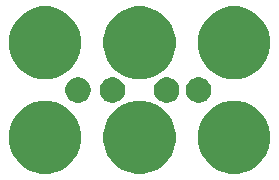
<source format=gbs>
%TF.GenerationSoftware,KiCad,Pcbnew,5.0.2-bee76a0~70~ubuntu16.04.1*%
%TF.CreationDate,2019-04-17T10:17:42-07:00*%
%TF.ProjectId,2x3-LED-RGB-TH-4PIN,3278332d-4c45-4442-9d52-47422d54482d,1.0*%
%TF.SameCoordinates,Original*%
%TF.FileFunction,Soldermask,Bot*%
%TF.FilePolarity,Negative*%
%FSLAX46Y46*%
G04 Gerber Fmt 4.6, Leading zero omitted, Abs format (unit mm)*
G04 Created by KiCad (PCBNEW 5.0.2-bee76a0~70~ubuntu16.04.1) date Wed Apr 17 10:17:42 2019*
%MOMM*%
%LPD*%
G01*
G04 APERTURE LIST*
%ADD10C,0.350000*%
G04 APERTURE END LIST*
D10*
G36*
X56928696Y-64143737D02*
X57488525Y-64375626D01*
X57488527Y-64375627D01*
X57992363Y-64712280D01*
X58420839Y-65140756D01*
X58757494Y-65644595D01*
X58989383Y-66204424D01*
X59107600Y-66798741D01*
X59107600Y-67404699D01*
X58989383Y-67999016D01*
X58757494Y-68558845D01*
X58757493Y-68558847D01*
X58420840Y-69062683D01*
X57992363Y-69491160D01*
X57488527Y-69827813D01*
X57488526Y-69827814D01*
X57488525Y-69827814D01*
X56928696Y-70059703D01*
X56334379Y-70177920D01*
X55728421Y-70177920D01*
X55134104Y-70059703D01*
X54574275Y-69827814D01*
X54574274Y-69827814D01*
X54574273Y-69827813D01*
X54070437Y-69491160D01*
X53641960Y-69062683D01*
X53305307Y-68558847D01*
X53305306Y-68558845D01*
X53073417Y-67999016D01*
X52955200Y-67404699D01*
X52955200Y-66798741D01*
X53073417Y-66204424D01*
X53305306Y-65644595D01*
X53641961Y-65140756D01*
X54070437Y-64712280D01*
X54574273Y-64375627D01*
X54574275Y-64375626D01*
X55134104Y-64143737D01*
X55728421Y-64025520D01*
X56334379Y-64025520D01*
X56928696Y-64143737D01*
X56928696Y-64143737D01*
G37*
G36*
X64928696Y-64143737D02*
X65488525Y-64375626D01*
X65488527Y-64375627D01*
X65992363Y-64712280D01*
X66420839Y-65140756D01*
X66757494Y-65644595D01*
X66989383Y-66204424D01*
X67107600Y-66798741D01*
X67107600Y-67404699D01*
X66989383Y-67999016D01*
X66757494Y-68558845D01*
X66757493Y-68558847D01*
X66420840Y-69062683D01*
X65992363Y-69491160D01*
X65488527Y-69827813D01*
X65488526Y-69827814D01*
X65488525Y-69827814D01*
X64928696Y-70059703D01*
X64334379Y-70177920D01*
X63728421Y-70177920D01*
X63134104Y-70059703D01*
X62574275Y-69827814D01*
X62574274Y-69827814D01*
X62574273Y-69827813D01*
X62070437Y-69491160D01*
X61641960Y-69062683D01*
X61305307Y-68558847D01*
X61305306Y-68558845D01*
X61073417Y-67999016D01*
X60955200Y-67404699D01*
X60955200Y-66798741D01*
X61073417Y-66204424D01*
X61305306Y-65644595D01*
X61641961Y-65140756D01*
X62070437Y-64712280D01*
X62574273Y-64375627D01*
X62574275Y-64375626D01*
X63134104Y-64143737D01*
X63728421Y-64025520D01*
X64334379Y-64025520D01*
X64928696Y-64143737D01*
X64928696Y-64143737D01*
G37*
G36*
X48928696Y-64143737D02*
X49488525Y-64375626D01*
X49488527Y-64375627D01*
X49992363Y-64712280D01*
X50420839Y-65140756D01*
X50757494Y-65644595D01*
X50989383Y-66204424D01*
X51107600Y-66798741D01*
X51107600Y-67404699D01*
X50989383Y-67999016D01*
X50757494Y-68558845D01*
X50757493Y-68558847D01*
X50420840Y-69062683D01*
X49992363Y-69491160D01*
X49488527Y-69827813D01*
X49488526Y-69827814D01*
X49488525Y-69827814D01*
X48928696Y-70059703D01*
X48334379Y-70177920D01*
X47728421Y-70177920D01*
X47134104Y-70059703D01*
X46574275Y-69827814D01*
X46574274Y-69827814D01*
X46574273Y-69827813D01*
X46070437Y-69491160D01*
X45641960Y-69062683D01*
X45305307Y-68558847D01*
X45305306Y-68558845D01*
X45073417Y-67999016D01*
X44955200Y-67404699D01*
X44955200Y-66798741D01*
X45073417Y-66204424D01*
X45305306Y-65644595D01*
X45641961Y-65140756D01*
X46070437Y-64712280D01*
X46574273Y-64375627D01*
X46574275Y-64375626D01*
X47134104Y-64143737D01*
X47728421Y-64025520D01*
X48334379Y-64025520D01*
X48928696Y-64143737D01*
X48928696Y-64143737D01*
G37*
G36*
X58645318Y-62066878D02*
X58841170Y-62148003D01*
X58841172Y-62148004D01*
X58885944Y-62177920D01*
X59017439Y-62265782D01*
X59167338Y-62415681D01*
X59285117Y-62591950D01*
X59366242Y-62787802D01*
X59407600Y-62995724D01*
X59407600Y-63207716D01*
X59366242Y-63415638D01*
X59285117Y-63611490D01*
X59167338Y-63787759D01*
X59017439Y-63937658D01*
X58929305Y-63996547D01*
X58841172Y-64055436D01*
X58841171Y-64055437D01*
X58841170Y-64055437D01*
X58645318Y-64136562D01*
X58437396Y-64177920D01*
X58225404Y-64177920D01*
X58017482Y-64136562D01*
X57821630Y-64055437D01*
X57821629Y-64055437D01*
X57821628Y-64055436D01*
X57733496Y-63996548D01*
X57645361Y-63937658D01*
X57495462Y-63787759D01*
X57377683Y-63611490D01*
X57296558Y-63415638D01*
X57255200Y-63207716D01*
X57255200Y-62995724D01*
X57296558Y-62787802D01*
X57377683Y-62591950D01*
X57495462Y-62415681D01*
X57645361Y-62265782D01*
X57776856Y-62177920D01*
X57821628Y-62148004D01*
X57821630Y-62148003D01*
X58017482Y-62066878D01*
X58225404Y-62025520D01*
X58437396Y-62025520D01*
X58645318Y-62066878D01*
X58645318Y-62066878D01*
G37*
G36*
X54045318Y-62066878D02*
X54241170Y-62148003D01*
X54241172Y-62148004D01*
X54285944Y-62177920D01*
X54417439Y-62265782D01*
X54567338Y-62415681D01*
X54685117Y-62591950D01*
X54766242Y-62787802D01*
X54807600Y-62995724D01*
X54807600Y-63207716D01*
X54766242Y-63415638D01*
X54685117Y-63611490D01*
X54567338Y-63787759D01*
X54417439Y-63937658D01*
X54329305Y-63996547D01*
X54241172Y-64055436D01*
X54241171Y-64055437D01*
X54241170Y-64055437D01*
X54045318Y-64136562D01*
X53837396Y-64177920D01*
X53625404Y-64177920D01*
X53417482Y-64136562D01*
X53221630Y-64055437D01*
X53221629Y-64055437D01*
X53221628Y-64055436D01*
X53133496Y-63996548D01*
X53045361Y-63937658D01*
X52895462Y-63787759D01*
X52777683Y-63611490D01*
X52696558Y-63415638D01*
X52655200Y-63207716D01*
X52655200Y-62995724D01*
X52696558Y-62787802D01*
X52777683Y-62591950D01*
X52895462Y-62415681D01*
X53045361Y-62265782D01*
X53176856Y-62177920D01*
X53221628Y-62148004D01*
X53221630Y-62148003D01*
X53417482Y-62066878D01*
X53625404Y-62025520D01*
X53837396Y-62025520D01*
X54045318Y-62066878D01*
X54045318Y-62066878D01*
G37*
G36*
X51145318Y-62066878D02*
X51341170Y-62148003D01*
X51341172Y-62148004D01*
X51385944Y-62177920D01*
X51517439Y-62265782D01*
X51667338Y-62415681D01*
X51785117Y-62591950D01*
X51866242Y-62787802D01*
X51907600Y-62995724D01*
X51907600Y-63207716D01*
X51866242Y-63415638D01*
X51785117Y-63611490D01*
X51667338Y-63787759D01*
X51517439Y-63937658D01*
X51429305Y-63996547D01*
X51341172Y-64055436D01*
X51341171Y-64055437D01*
X51341170Y-64055437D01*
X51145318Y-64136562D01*
X50937396Y-64177920D01*
X50725404Y-64177920D01*
X50517482Y-64136562D01*
X50321630Y-64055437D01*
X50321629Y-64055437D01*
X50321628Y-64055436D01*
X50233496Y-63996548D01*
X50145361Y-63937658D01*
X49995462Y-63787759D01*
X49877683Y-63611490D01*
X49796558Y-63415638D01*
X49755200Y-63207716D01*
X49755200Y-62995724D01*
X49796558Y-62787802D01*
X49877683Y-62591950D01*
X49995462Y-62415681D01*
X50145361Y-62265782D01*
X50276856Y-62177920D01*
X50321628Y-62148004D01*
X50321630Y-62148003D01*
X50517482Y-62066878D01*
X50725404Y-62025520D01*
X50937396Y-62025520D01*
X51145318Y-62066878D01*
X51145318Y-62066878D01*
G37*
G36*
X61345318Y-62066878D02*
X61541170Y-62148003D01*
X61541172Y-62148004D01*
X61585944Y-62177920D01*
X61717439Y-62265782D01*
X61867338Y-62415681D01*
X61985117Y-62591950D01*
X62066242Y-62787802D01*
X62107600Y-62995724D01*
X62107600Y-63207716D01*
X62066242Y-63415638D01*
X61985117Y-63611490D01*
X61867338Y-63787759D01*
X61717439Y-63937658D01*
X61629305Y-63996547D01*
X61541172Y-64055436D01*
X61541171Y-64055437D01*
X61541170Y-64055437D01*
X61345318Y-64136562D01*
X61137396Y-64177920D01*
X60925404Y-64177920D01*
X60717482Y-64136562D01*
X60521630Y-64055437D01*
X60521629Y-64055437D01*
X60521628Y-64055436D01*
X60433496Y-63996548D01*
X60345361Y-63937658D01*
X60195462Y-63787759D01*
X60077683Y-63611490D01*
X59996558Y-63415638D01*
X59955200Y-63207716D01*
X59955200Y-62995724D01*
X59996558Y-62787802D01*
X60077683Y-62591950D01*
X60195462Y-62415681D01*
X60345361Y-62265782D01*
X60476856Y-62177920D01*
X60521628Y-62148004D01*
X60521630Y-62148003D01*
X60717482Y-62066878D01*
X60925404Y-62025520D01*
X61137396Y-62025520D01*
X61345318Y-62066878D01*
X61345318Y-62066878D01*
G37*
G36*
X64928696Y-56143737D02*
X65488525Y-56375626D01*
X65488527Y-56375627D01*
X65992363Y-56712280D01*
X66420839Y-57140756D01*
X66757494Y-57644595D01*
X66989383Y-58204424D01*
X67107600Y-58798741D01*
X67107600Y-59404699D01*
X66989383Y-59999016D01*
X66757494Y-60558845D01*
X66757493Y-60558847D01*
X66420840Y-61062683D01*
X65992363Y-61491160D01*
X65488527Y-61827813D01*
X65488526Y-61827814D01*
X65488525Y-61827814D01*
X64928696Y-62059703D01*
X64334379Y-62177920D01*
X63728421Y-62177920D01*
X63134104Y-62059703D01*
X62574275Y-61827814D01*
X62574274Y-61827814D01*
X62574273Y-61827813D01*
X62070437Y-61491160D01*
X61641960Y-61062683D01*
X61305307Y-60558847D01*
X61305306Y-60558845D01*
X61073417Y-59999016D01*
X60955200Y-59404699D01*
X60955200Y-58798741D01*
X61073417Y-58204424D01*
X61305306Y-57644595D01*
X61641961Y-57140756D01*
X62070437Y-56712280D01*
X62574273Y-56375627D01*
X62574275Y-56375626D01*
X63134104Y-56143737D01*
X63728421Y-56025520D01*
X64334379Y-56025520D01*
X64928696Y-56143737D01*
X64928696Y-56143737D01*
G37*
G36*
X56928696Y-56143737D02*
X57488525Y-56375626D01*
X57488527Y-56375627D01*
X57992363Y-56712280D01*
X58420839Y-57140756D01*
X58757494Y-57644595D01*
X58989383Y-58204424D01*
X59107600Y-58798741D01*
X59107600Y-59404699D01*
X58989383Y-59999016D01*
X58757494Y-60558845D01*
X58757493Y-60558847D01*
X58420840Y-61062683D01*
X57992363Y-61491160D01*
X57488527Y-61827813D01*
X57488526Y-61827814D01*
X57488525Y-61827814D01*
X56928696Y-62059703D01*
X56334379Y-62177920D01*
X55728421Y-62177920D01*
X55134104Y-62059703D01*
X54574275Y-61827814D01*
X54574274Y-61827814D01*
X54574273Y-61827813D01*
X54070437Y-61491160D01*
X53641960Y-61062683D01*
X53305307Y-60558847D01*
X53305306Y-60558845D01*
X53073417Y-59999016D01*
X52955200Y-59404699D01*
X52955200Y-58798741D01*
X53073417Y-58204424D01*
X53305306Y-57644595D01*
X53641961Y-57140756D01*
X54070437Y-56712280D01*
X54574273Y-56375627D01*
X54574275Y-56375626D01*
X55134104Y-56143737D01*
X55728421Y-56025520D01*
X56334379Y-56025520D01*
X56928696Y-56143737D01*
X56928696Y-56143737D01*
G37*
G36*
X48928696Y-56143737D02*
X49488525Y-56375626D01*
X49488527Y-56375627D01*
X49992363Y-56712280D01*
X50420839Y-57140756D01*
X50757494Y-57644595D01*
X50989383Y-58204424D01*
X51107600Y-58798741D01*
X51107600Y-59404699D01*
X50989383Y-59999016D01*
X50757494Y-60558845D01*
X50757493Y-60558847D01*
X50420840Y-61062683D01*
X49992363Y-61491160D01*
X49488527Y-61827813D01*
X49488526Y-61827814D01*
X49488525Y-61827814D01*
X48928696Y-62059703D01*
X48334379Y-62177920D01*
X47728421Y-62177920D01*
X47134104Y-62059703D01*
X46574275Y-61827814D01*
X46574274Y-61827814D01*
X46574273Y-61827813D01*
X46070437Y-61491160D01*
X45641960Y-61062683D01*
X45305307Y-60558847D01*
X45305306Y-60558845D01*
X45073417Y-59999016D01*
X44955200Y-59404699D01*
X44955200Y-58798741D01*
X45073417Y-58204424D01*
X45305306Y-57644595D01*
X45641961Y-57140756D01*
X46070437Y-56712280D01*
X46574273Y-56375627D01*
X46574275Y-56375626D01*
X47134104Y-56143737D01*
X47728421Y-56025520D01*
X48334379Y-56025520D01*
X48928696Y-56143737D01*
X48928696Y-56143737D01*
G37*
M02*

</source>
